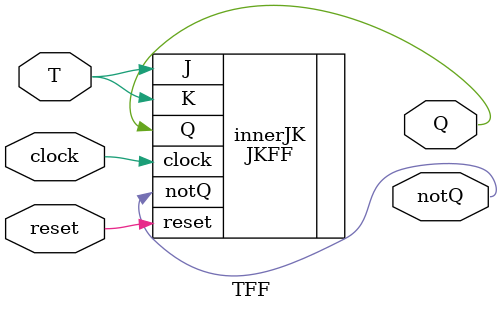
<source format=v>
`timescale 1ns / 1ps


module TFF(
    input T, clock,
    input reset,
    output Q,
    output notQ
    );
    
    JKFF innerJK(
        .J(T),
        .K(T),
        .clock(clock),
        .reset(reset),
        .Q(Q),
        .notQ(notQ)
    );
    
endmodule
</source>
